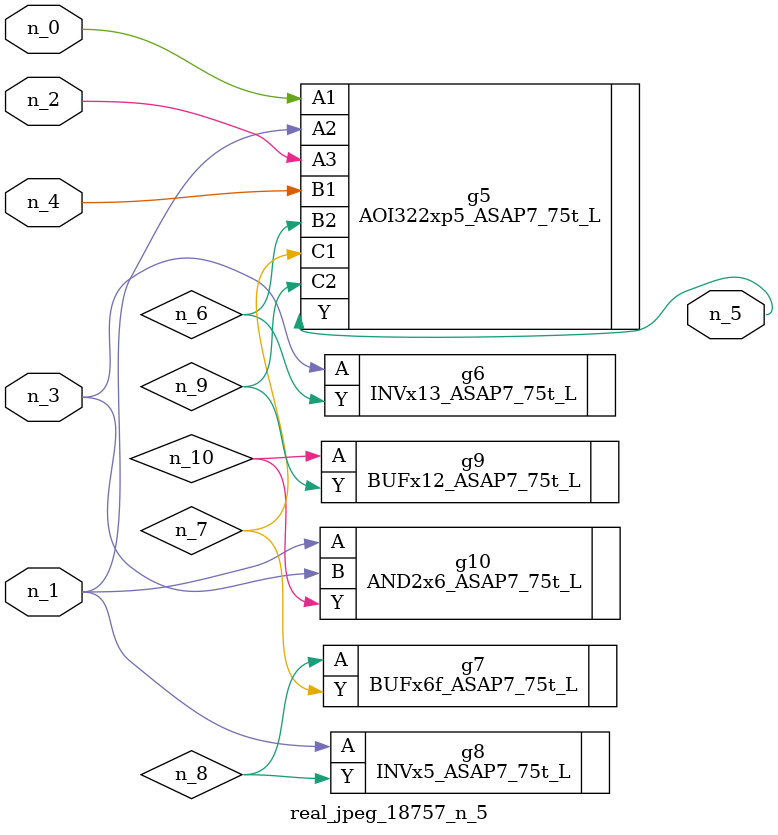
<source format=v>
module real_jpeg_18757_n_5 (n_4, n_0, n_1, n_2, n_3, n_5);

input n_4;
input n_0;
input n_1;
input n_2;
input n_3;

output n_5;

wire n_8;
wire n_6;
wire n_7;
wire n_10;
wire n_9;

AOI322xp5_ASAP7_75t_L g5 ( 
.A1(n_0),
.A2(n_1),
.A3(n_2),
.B1(n_4),
.B2(n_6),
.C1(n_7),
.C2(n_9),
.Y(n_5)
);

INVx5_ASAP7_75t_L g8 ( 
.A(n_1),
.Y(n_8)
);

AND2x6_ASAP7_75t_L g10 ( 
.A(n_1),
.B(n_3),
.Y(n_10)
);

INVx13_ASAP7_75t_L g6 ( 
.A(n_3),
.Y(n_6)
);

BUFx6f_ASAP7_75t_L g7 ( 
.A(n_8),
.Y(n_7)
);

BUFx12_ASAP7_75t_L g9 ( 
.A(n_10),
.Y(n_9)
);


endmodule
</source>
